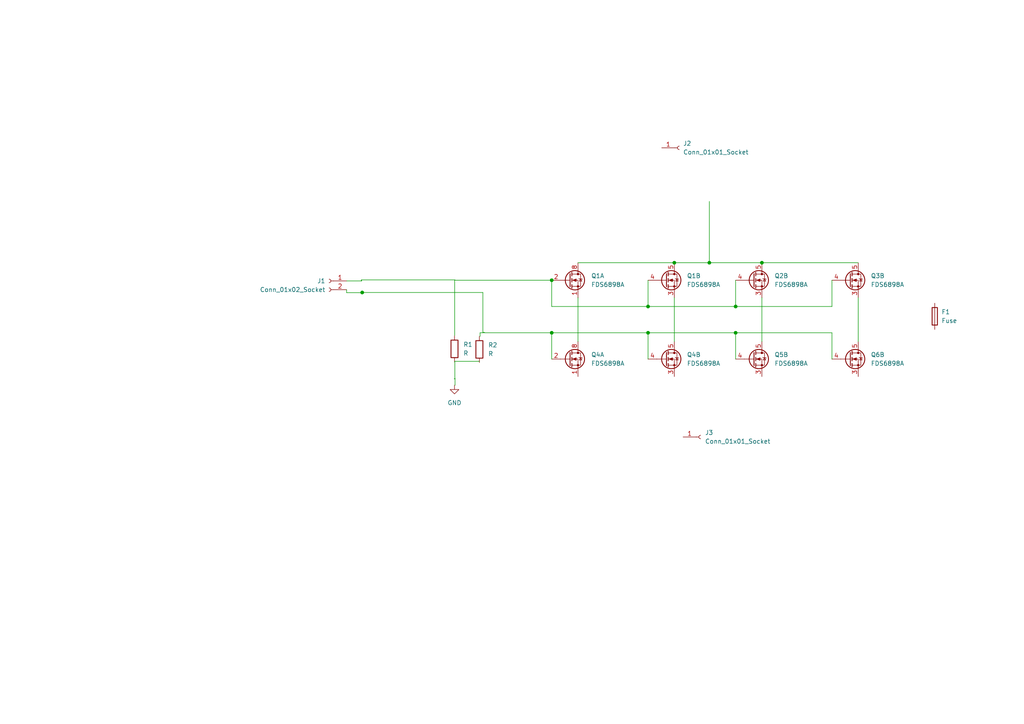
<source format=kicad_sch>
(kicad_sch (version 20230121) (generator eeschema)
  (paper "A4")
  (lib_symbols
    (symbol "Connector:Conn_01x01_Socket" (pin_names (offset 1.016) hide)
      (property "Reference" "J" (at 0 2.54 0))
      (property "Value" "Conn_01x01_Socket" (at 0 -2.54 0))
      (symbol "Conn_01x01_Socket_1_1"
        (polyline (pts (xy -1.27 0) (xy -0.508 0)) (stroke (width 0.1524)))
        (arc (start 0 0.508) (mid -0.5058 0) (end 0 -0.508) (stroke (width 0.1524)))
        (pin passive line (at -5.08 0 0) (length 3.81) (name "Pin_1") (number "1"))
      )
    )
    (symbol "Connector:Conn_01x02_Socket" (pin_names (offset 1.016) hide)
      (property "Reference" "J" (at 0 2.54 0))
      (property "Value" "Conn_01x02_Socket" (at 0 -5.08 0))
      (symbol "Conn_01x02_Socket_1_1"
        (arc (start 0 -2.032) (mid -0.5058 -2.54) (end 0 -3.048) (stroke (width 0.1524)))
        (polyline (pts (xy -1.27 -2.54) (xy -0.508 -2.54)) (stroke (width 0.1524)))
        (polyline (pts (xy -1.27 0) (xy -0.508 0)) (stroke (width 0.1524)))
        (arc (start 0 0.508) (mid -0.5058 0) (end 0 -0.508) (stroke (width 0.1524)))
        (pin passive line (at -5.08 0 0) (length 3.81) (name "Pin_1") (number "1"))
        (pin passive line (at -5.08 -2.54 0) (length 3.81) (name "Pin_2") (number "2"))
      )
    )
    (symbol "Device:Fuse" (pin_numbers hide) (pin_names (offset 0))
      (property "Reference" "F" (at 2.032 0 90))
      (property "Value" "Fuse" (at -1.905 0 90))
      (symbol "Fuse_0_1"
        (rectangle (start -0.762 -2.54) (end 0.762 2.54) (stroke (width 0.254)))
        (polyline (pts (xy 0 2.54) (xy 0 -2.54)))
      )
      (symbol "Fuse_1_1"
        (pin passive line (at 0 3.81 270) (length 1.27) (name "~") (number "1"))
        (pin passive line (at 0 -3.81 90) (length 1.27) (name "~") (number "2"))
      )
    )
    (symbol "Device:R" (pin_numbers hide) (pin_names (offset 0))
      (property "Reference" "R" (at 2.032 0 90))
      (property "Value" "R" (at 0 0 90))
      (symbol "R_0_1"
        (rectangle (start -1.016 -2.54) (end 1.016 2.54) (stroke (width 0.254)))
      )
      (symbol "R_1_1"
        (pin passive line (at 0 3.81 270) (length 1.27) (name "~") (number "1"))
        (pin passive line (at 0 -3.81 90) (length 1.27) (name "~") (number "2"))
      )
    )
    (symbol "Transistor_FET:FDS6898A" (pin_names hide)
      (property "Reference" "Q" (at 5.08 1.905 0))
      (property "Value" "FDS6898A" (at 5.08 0 0))
      (symbol "FDS6898A_0_1"
        (polyline (pts (xy 0.254 0) (xy -2.54 0)))
        (polyline (pts (xy 0.254 1.905) (xy 0.254 -1.905)) (stroke (width 0.254)))
        (polyline (pts (xy 0.762 -1.27) (xy 0.762 -2.286)) (stroke (width 0.254)))
        (polyline (pts (xy 0.762 0.508) (xy 0.762 -0.508)) (stroke (width 0.254)))
        (polyline (pts (xy 0.762 2.286) (xy 0.762 1.27)) (stroke (width 0.254)))
        (polyline (pts (xy 2.54 2.54) (xy 2.54 1.778)))
        (polyline (pts (xy 2.54 -2.54) (xy 2.54 0) (xy 0.762 0)))
        (polyline (pts (xy 0.762 -1.778) (xy 3.302 -1.778) (xy 3.302 1.778) (xy 0.762 1.778)))
        (polyline (pts (xy 1.016 0) (xy 2.032 0.381) (xy 2.032 -0.381) (xy 1.016 0)) (fill (type outline)))
        (polyline (pts (xy 2.794 0.508) (xy 2.921 0.381) (xy 3.683 0.381) (xy 3.81 0.254)))
        (polyline (pts (xy 3.302 0.381) (xy 2.921 -0.254) (xy 3.683 -0.254) (xy 3.302 0.381)))
        (circle (center 1.651 0) (radius 2.794) (stroke (width 0.254)))
        (circle (center 2.54 -1.778) (radius 0.254) (fill (type outline)))
        (circle (center 2.54 1.778) (radius 0.254) (fill (type outline)))
      )
      (symbol "FDS6898A_1_1"
        (pin passive line (at 2.54 -5.08 90) (length 2.54) (name "S1") (number "1"))
        (pin passive line (at -5.08 0 0) (length 2.54) (name "G1") (number "2"))
        (pin passive line (at 2.54 5.08 270) (length 2.54) hide (name "D1") (number "7"))
        (pin passive line (at 2.54 5.08 270) (length 2.54) (name "D1") (number "8"))
      )
      (symbol "FDS6898A_2_1"
        (pin passive line (at 2.54 -5.08 90) (length 2.54) (name "S2") (number "3"))
        (pin passive line (at -5.08 0 0) (length 2.54) (name "G2") (number "4"))
        (pin passive line (at 2.54 5.08 270) (length 2.54) (name "D2") (number "5"))
        (pin passive line (at 2.54 5.08 270) (length 2.54) hide (name "D2") (number "6"))
      )
    )
    (symbol "power:GND" (power) (pin_names (offset 0))
      (property "Value" "GND" (at 0 -3.81 0))
      (symbol "GND_0_1"
        (polyline (pts (xy 0 0) (xy 0 -1.27) (xy 1.27 -1.27) (xy 0 -2.54) (xy -1.27 -1.27) (xy 0 -1.27)))
      )
      (symbol "GND_1_1"
        (pin power_in line (at 0 0 270) (length 0) hide (name "GND") (number "1"))
      )
    )
  )
  (junction (at 213.36 88.9))
  (junction (at 213.36 96.52))
  (junction (at 205.74 76.2))
  (junction (at 105.0544 84.836))
  (junction (at 187.96 96.52))
  (junction (at 160.02 81.28))
  (junction (at 160.02 96.52))
  (junction (at 220.98 76.2))
  (junction (at 195.58 76.2))
  (junction (at 187.96 88.9))
  (wire (pts (xy 104.8512 81.3816) (xy 104.8004 81.3816)))
  (wire (pts (xy 160.02 104.14) (xy 160.02 96.52)))
  (wire (pts (xy 241.3 96.52) (xy 241.3 104.14)))
  (wire (pts (xy 139.0904 104.8004) (xy 131.9276 104.8004)))
  (wire (pts (xy 131.8768 81.28) (xy 160.02 81.28)))
  (wire (pts (xy 213.36 81.28) (xy 213.36 88.9)))
  (wire (pts (xy 160.02 88.9) (xy 187.96 88.9)))
  (wire (pts (xy 220.98 76.2) (xy 248.92 76.2)))
  (wire (pts (xy 241.3 88.9) (xy 241.3 81.28)))
  (wire (pts (xy 213.36 96.52) (xy 213.36 104.14)))
  (wire (pts (xy 220.98 86.36) (xy 220.98 99.06)))
  (wire (pts (xy 187.96 88.9) (xy 213.36 88.9)))
  (wire (pts (xy 160.02 96.52) (xy 187.96 96.52)))
  (wire (pts (xy 139.2428 97.5868) (xy 139.2428 96.52)))
  (wire (pts (xy 140.5636 96.4184) (xy 140.0556 96.4184)))
  (wire (pts (xy 187.96 96.52) (xy 213.36 96.52)))
  (wire (pts (xy 248.92 86.36) (xy 248.92 99.06)))
  (wire (pts (xy 139.2428 96.52) (xy 160.02 96.52)))
  (wire (pts (xy 205.74 76.2) (xy 220.98 76.2)))
  (wire (pts (xy 195.58 76.2) (xy 205.74 76.2)))
  (wire (pts (xy 105.0544 84.836) (xy 105.0544 84.7852)))
  (wire (pts (xy 205.74 58.42) (xy 205.74 76.2)))
  (wire (pts (xy 104.902 81.4832) (xy 104.902 81.3816)))
  (wire (pts (xy 100.584 81.4832) (xy 104.902 81.4832)))
  (wire (pts (xy 160.02 81.28) (xy 160.02 88.9)))
  (wire (pts (xy 167.64 76.2) (xy 195.58 76.2)))
  (wire (pts (xy 213.36 88.9) (xy 241.3 88.9)))
  (wire (pts (xy 213.36 96.52) (xy 241.3 96.52)))
  (wire (pts (xy 100.5332 84.8868) (xy 105.0544 84.8868)))
  (wire (pts (xy 187.96 81.28) (xy 187.96 88.9)))
  (wire (pts (xy 131.9784 81.1784) (xy 104.8004 81.1784)))
  (wire (pts (xy 131.9276 104.8004) (xy 131.9276 109.8804)))
  (wire (pts (xy 187.96 96.52) (xy 187.96 104.14)))
  (wire (pts (xy 105.0544 84.8868) (xy 105.0544 84.836)))
  (wire (pts (xy 131.9784 109.728) (xy 131.9784 111.76)))
  (wire (pts (xy 105.0544 84.836) (xy 140.0556 84.836)))
  (wire (pts (xy 140.0556 96.4184) (xy 140.0556 84.836)))
  (wire (pts (xy 100.5332 84.8868) (xy 100.5332 84.0232)))
  (wire (pts (xy 131.8768 97.282) (xy 131.8768 81.28)))
  (wire (pts (xy 160.02 81.28) (xy 160.0708 81.28)))
  (wire (pts (xy 195.58 86.36) (xy 195.58 99.06)))
  (wire (pts (xy 104.8004 81.1784) (xy 104.8004 81.3816)))
  (wire (pts (xy 131.7244 109.8804) (xy 131.9276 109.8804)))
  (wire (pts (xy 167.64 86.36) (xy 167.64 99.06)))
  (symbol (lib_id "Connector:Conn_01x01_Socket") (at 203.2 126.746 0) (unit 1)
    (property "Reference" "J3" (at 204.47 125.476 0) (effects (justify left)))
    (property "Value" "Conn_01x01_Socket" (at 204.47 128.016 0) (effects (justify left)))
  )
  (symbol (lib_id "Transistor_FET:FDS6898A") (at 218.44 104.14 0) (unit 2)
    (property "Reference" "Q5" (at 224.6175 102.87 0) (effects (justify left)))
    (property "Value" "FDS6898A" (at 224.6175 105.41 0) (effects (justify left)))
    (property "Footprint" "Package_SO:SOIC-8_3.9x4.9mm_P1.27mm" (effects hide))
    (property "Datasheet" "https://www.onsemi.com/pub/Collateral/FDS6898A-D.PDF" (effects hide))
  )
  (symbol (lib_id "Transistor_FET:FDS6898A") (at 246.38 81.28 0) (unit 2)
    (property "Reference" "Q3" (at 252.5575 80.01 0) (effects (justify left)))
    (property "Value" "FDS6898A" (at 252.5575 82.55 0) (effects (justify left)))
    (property "Footprint" "Package_SO:SOIC-8_3.9x4.9mm_P1.27mm" (effects hide))
    (property "Datasheet" "https://www.onsemi.com/pub/Collateral/FDS6898A-D.PDF" (effects hide))
  )
  (symbol (lib_id "Transistor_FET:FDS6898A") (at 193.04 104.14 0) (unit 2)
    (property "Reference" "Q4" (at 199.2175 102.87 0) (effects (justify left)))
    (property "Value" "FDS6898A" (at 199.2175 105.41 0) (effects (justify left)))
    (property "Footprint" "Package_SO:SOIC-8_3.9x4.9mm_P1.27mm" (effects hide))
    (property "Datasheet" "https://www.onsemi.com/pub/Collateral/FDS6898A-D.PDF" (effects hide))
  )
  (symbol (lib_id "Transistor_FET:FDS6898A") (at 193.04 81.28 0) (unit 2)
    (property "Reference" "Q1" (at 199.2175 80.01 0) (effects (justify left)))
    (property "Value" "FDS6898A" (at 199.2175 82.55 0) (effects (justify left)))
    (property "Footprint" "Package_SO:SOIC-8_3.9x4.9mm_P1.27mm" (effects hide))
    (property "Datasheet" "https://www.onsemi.com/pub/Collateral/FDS6898A-D.PDF" (effects hide))
  )
  (symbol (lib_id "Transistor_FET:FDS6898A") (at 218.44 81.28 0) (unit 2)
    (property "Reference" "Q2" (at 224.6175 80.01 0) (effects (justify left)))
    (property "Value" "FDS6898A" (at 224.6175 82.55 0) (effects (justify left)))
    (property "Footprint" "Package_SO:SOIC-8_3.9x4.9mm_P1.27mm" (effects hide))
    (property "Datasheet" "https://www.onsemi.com/pub/Collateral/FDS6898A-D.PDF" (effects hide))
  )
  (symbol (lib_id "power:GND") (at 131.826 111.7092 0) (unit 1)
    (property "Reference" "#PWR01" (effects hide))
    (property "Value" "GND" (at 131.826 116.84 0))
  )
  (symbol (lib_id "Connector:Conn_01x01_Socket") (at 197.0024 42.8752 0) (unit 1)
    (property "Reference" "J2" (at 198.12 41.6052 0) (effects (justify left)))
    (property "Value" "Conn_01x01_Socket" (at 198.12 44.1452 0) (effects (justify left)))
  )
  (symbol (lib_id "Device:R") (at 139.0396 101.346 0) (unit 1)
    (property "Reference" "R2" (at 141.5796 100.076 0) (effects (justify left)))
    (property "Value" "R" (at 141.5796 102.616 0) (effects (justify left)))
  )
  (symbol (lib_id "Transistor_FET:FDS6898A") (at 246.38 104.14 0) (unit 2)
    (property "Reference" "Q6" (at 252.5575 102.87 0) (effects (justify left)))
    (property "Value" "FDS6898A" (at 252.5575 105.41 0) (effects (justify left)))
    (property "Footprint" "Package_SO:SOIC-8_3.9x4.9mm_P1.27mm" (effects hide))
    (property "Datasheet" "https://www.onsemi.com/pub/Collateral/FDS6898A-D.PDF" (effects hide))
  )
  (symbol (lib_id "Transistor_FET:FDS6898A") (at 165.1 81.28 0) (unit 1)
    (property "Reference" "Q1" (at 171.45 80.01 0) (effects (justify left)))
    (property "Value" "FDS6898A" (at 171.45 82.55 0) (effects (justify left)))
    (property "Footprint" "Package_SO:SOIC-8_3.9x4.9mm_P1.27mm" (effects hide))
    (property "Datasheet" "https://www.onsemi.com/pub/Collateral/FDS6898A-D.PDF" (effects hide))
  )
  (symbol (lib_id "Connector:Conn_01x02_Socket") (at 95.4532 81.4832 0) (mirror y) (unit 1)
    (property "Reference" "J1" (at 94.3864 81.4832 0) (effects (justify left)))
    (property "Value" "Conn_01x02_Socket" (at 94.3864 84.0232 0) (effects (justify left)))
  )
  (symbol (lib_id "Device:R") (at 131.826 101.1936 0) (unit 1)
    (property "Reference" "R1" (at 134.366 99.9236 0) (effects (justify left)))
    (property "Value" "R" (at 134.366 102.4636 0) (effects (justify left)))
  )
  (symbol (lib_id "Device:Fuse") (at 271.1196 91.7448 0) (unit 1)
    (property "Reference" "F1" (at 273.05 90.4748 0) (effects (justify left)))
    (property "Value" "Fuse" (at 273.05 93.0148 0) (effects (justify left)))
  )
  (symbol (lib_id "Transistor_FET:FDS6898A") (at 165.1 104.14 0) (unit 1)
    (property "Reference" "Q4" (at 171.45 102.87 0) (effects (justify left)))
    (property "Value" "FDS6898A" (at 171.45 105.41 0) (effects (justify left)))
    (property "Footprint" "Package_SO:SOIC-8_3.9x4.9mm_P1.27mm" (effects hide))
    (property "Datasheet" "https://www.onsemi.com/pub/Collateral/FDS6898A-D.PDF" (effects hide))
  )
)
</source>
